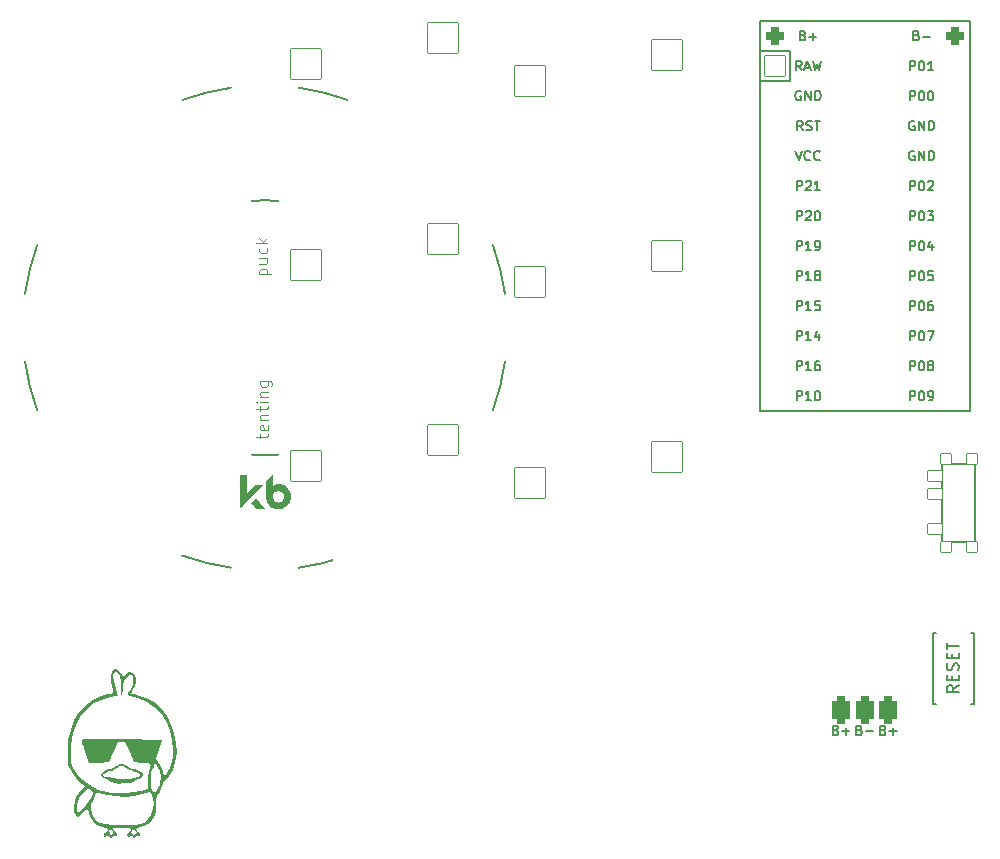
<source format=gto>
%TF.GenerationSoftware,KiCad,Pcbnew,(6.0.4-0)*%
%TF.CreationDate,2022-04-29T17:43:53+02:00*%
%TF.ProjectId,batta,62617474-612e-46b6-9963-61645f706362,v1.0.0*%
%TF.SameCoordinates,Original*%
%TF.FileFunction,Legend,Top*%
%TF.FilePolarity,Positive*%
%FSLAX46Y46*%
G04 Gerber Fmt 4.6, Leading zero omitted, Abs format (unit mm)*
G04 Created by KiCad (PCBNEW (6.0.4-0)) date 2022-04-29 17:43:53*
%MOMM*%
%LPD*%
G01*
G04 APERTURE LIST*
G04 Aperture macros list*
%AMRoundRect*
0 Rectangle with rounded corners*
0 $1 Rounding radius*
0 $2 $3 $4 $5 $6 $7 $8 $9 X,Y pos of 4 corners*
0 Add a 4 corners polygon primitive as box body*
4,1,4,$2,$3,$4,$5,$6,$7,$8,$9,$2,$3,0*
0 Add four circle primitives for the rounded corners*
1,1,$1+$1,$2,$3*
1,1,$1+$1,$4,$5*
1,1,$1+$1,$6,$7*
1,1,$1+$1,$8,$9*
0 Add four rect primitives between the rounded corners*
20,1,$1+$1,$2,$3,$4,$5,0*
20,1,$1+$1,$4,$5,$6,$7,0*
20,1,$1+$1,$6,$7,$8,$9,0*
20,1,$1+$1,$8,$9,$2,$3,0*%
G04 Aperture macros list end*
%ADD10C,0.100000*%
%ADD11C,0.150000*%
%ADD12C,0.200000*%
%ADD13C,0.010000*%
%ADD14RoundRect,0.375000X-0.375000X-0.750000X0.375000X-0.750000X0.375000X0.750000X-0.375000X0.750000X0*%
%ADD15C,2.000000*%
%ADD16R,1.752600X1.752600*%
%ADD17C,1.752600*%
%ADD18RoundRect,0.375000X-0.375000X-0.375000X0.375000X-0.375000X0.375000X0.375000X-0.375000X0.375000X0*%
%ADD19C,4.500000*%
%ADD20RoundRect,0.050000X-0.450000X0.450000X-0.450000X-0.450000X0.450000X-0.450000X0.450000X0.450000X0*%
%ADD21RoundRect,0.050000X-0.625000X0.450000X-0.625000X-0.450000X0.625000X-0.450000X0.625000X0.450000X0*%
%ADD22RoundRect,0.425000X-0.375000X-0.750000X0.375000X-0.750000X0.375000X0.750000X-0.375000X0.750000X0*%
%ADD23C,2.100000*%
%ADD24C,3.100000*%
%ADD25C,1.801800*%
%ADD26C,3.529000*%
%ADD27RoundRect,0.050000X-1.054507X-1.505993X1.505993X-1.054507X1.054507X1.505993X-1.505993X1.054507X0*%
%ADD28C,2.132000*%
%ADD29RoundRect,0.050000X-1.181751X-1.408356X1.408356X-1.181751X1.181751X1.408356X-1.408356X1.181751X0*%
%ADD30RoundRect,0.050000X-1.300000X-1.300000X1.300000X-1.300000X1.300000X1.300000X-1.300000X1.300000X0*%
%ADD31RoundRect,0.050000X-1.775833X-0.475833X0.475833X-1.775833X1.775833X0.475833X-0.475833X1.775833X0*%
%ADD32C,1.100000*%
%ADD33RoundRect,0.050000X-0.863113X-1.623279X1.623279X-0.863113X0.863113X1.623279X-1.623279X0.863113X0*%
%ADD34RoundRect,0.050000X-1.592168X-0.919239X0.919239X-1.592168X1.592168X0.919239X-0.919239X1.592168X0*%
%ADD35RoundRect,0.050000X-0.876300X0.876300X-0.876300X-0.876300X0.876300X-0.876300X0.876300X0.876300X0*%
%ADD36C,1.852600*%
%ADD37RoundRect,0.425000X-0.375000X-0.375000X0.375000X-0.375000X0.375000X0.375000X-0.375000X0.375000X0*%
G04 APERTURE END LIST*
D10*
%TO.C,REF\u002A\u002A*%
X103163714Y92670500D02*
X104163714Y92670500D01*
X103211333Y92670500D02*
X103163714Y92765738D01*
X103163714Y92956214D01*
X103211333Y93051452D01*
X103258952Y93099071D01*
X103354190Y93146690D01*
X103639904Y93146690D01*
X103735142Y93099071D01*
X103782761Y93051452D01*
X103830380Y92956214D01*
X103830380Y92765738D01*
X103782761Y92670500D01*
X103163714Y94003833D02*
X103830380Y94003833D01*
X103163714Y93575261D02*
X103687523Y93575261D01*
X103782761Y93622880D01*
X103830380Y93718119D01*
X103830380Y93860976D01*
X103782761Y93956214D01*
X103735142Y94003833D01*
X103782761Y94908595D02*
X103830380Y94813357D01*
X103830380Y94622880D01*
X103782761Y94527642D01*
X103735142Y94480023D01*
X103639904Y94432404D01*
X103354190Y94432404D01*
X103258952Y94480023D01*
X103211333Y94527642D01*
X103163714Y94622880D01*
X103163714Y94813357D01*
X103211333Y94908595D01*
X103830380Y95337166D02*
X102830380Y95337166D01*
X103449428Y95432404D02*
X103830380Y95718119D01*
X103163714Y95718119D02*
X103544666Y95337166D01*
X103227214Y78780000D02*
X103227214Y79160952D01*
X102893880Y78922857D02*
X103751023Y78922857D01*
X103846261Y78970476D01*
X103893880Y79065714D01*
X103893880Y79160952D01*
X103846261Y79875238D02*
X103893880Y79780000D01*
X103893880Y79589523D01*
X103846261Y79494285D01*
X103751023Y79446666D01*
X103370071Y79446666D01*
X103274833Y79494285D01*
X103227214Y79589523D01*
X103227214Y79780000D01*
X103274833Y79875238D01*
X103370071Y79922857D01*
X103465309Y79922857D01*
X103560547Y79446666D01*
X103227214Y80351428D02*
X103893880Y80351428D01*
X103322452Y80351428D02*
X103274833Y80399047D01*
X103227214Y80494285D01*
X103227214Y80637142D01*
X103274833Y80732380D01*
X103370071Y80780000D01*
X103893880Y80780000D01*
X103227214Y81113333D02*
X103227214Y81494285D01*
X102893880Y81256190D02*
X103751023Y81256190D01*
X103846261Y81303809D01*
X103893880Y81399047D01*
X103893880Y81494285D01*
X103893880Y81827619D02*
X103227214Y81827619D01*
X102893880Y81827619D02*
X102941500Y81780000D01*
X102989119Y81827619D01*
X102941500Y81875238D01*
X102893880Y81827619D01*
X102989119Y81827619D01*
X103227214Y82303809D02*
X103893880Y82303809D01*
X103322452Y82303809D02*
X103274833Y82351428D01*
X103227214Y82446666D01*
X103227214Y82589523D01*
X103274833Y82684761D01*
X103370071Y82732380D01*
X103893880Y82732380D01*
X103227214Y83637142D02*
X104036738Y83637142D01*
X104131976Y83589523D01*
X104179595Y83541904D01*
X104227214Y83446666D01*
X104227214Y83303809D01*
X104179595Y83208571D01*
X103846261Y83637142D02*
X103893880Y83541904D01*
X103893880Y83351428D01*
X103846261Y83256190D01*
X103798642Y83208571D01*
X103703404Y83160952D01*
X103417690Y83160952D01*
X103322452Y83208571D01*
X103274833Y83256190D01*
X103227214Y83351428D01*
X103227214Y83541904D01*
X103274833Y83637142D01*
D11*
%TO.C,PAD1*%
X153972991Y54073625D02*
X154087277Y54035530D01*
X154125372Y53997435D01*
X154163467Y53921244D01*
X154163467Y53806959D01*
X154125372Y53730768D01*
X154087277Y53692673D01*
X154011087Y53654578D01*
X153706325Y53654578D01*
X153706325Y54454578D01*
X153972991Y54454578D01*
X154049182Y54416483D01*
X154087277Y54378387D01*
X154125372Y54302197D01*
X154125372Y54226006D01*
X154087277Y54149816D01*
X154049182Y54111721D01*
X153972991Y54073625D01*
X153706325Y54073625D01*
X154506325Y53959340D02*
X155115848Y53959340D01*
X151972991Y54073625D02*
X152087277Y54035530D01*
X152125372Y53997435D01*
X152163467Y53921244D01*
X152163467Y53806959D01*
X152125372Y53730768D01*
X152087277Y53692673D01*
X152011087Y53654578D01*
X151706325Y53654578D01*
X151706325Y54454578D01*
X151972991Y54454578D01*
X152049182Y54416483D01*
X152087277Y54378387D01*
X152125372Y54302197D01*
X152125372Y54226006D01*
X152087277Y54149816D01*
X152049182Y54111721D01*
X151972991Y54073625D01*
X151706325Y54073625D01*
X152506325Y53959340D02*
X153115848Y53959340D01*
X152811087Y53654578D02*
X152811087Y54264102D01*
X155972991Y54073625D02*
X156087277Y54035530D01*
X156125372Y53997435D01*
X156163467Y53921244D01*
X156163467Y53806959D01*
X156125372Y53730768D01*
X156087277Y53692673D01*
X156011087Y53654578D01*
X155706325Y53654578D01*
X155706325Y54454578D01*
X155972991Y54454578D01*
X156049182Y54416483D01*
X156087277Y54378387D01*
X156125372Y54302197D01*
X156125372Y54226006D01*
X156087277Y54149816D01*
X156049182Y54111721D01*
X155972991Y54073625D01*
X155706325Y54073625D01*
X156506325Y53959340D02*
X157115848Y53959340D01*
X156811087Y53654578D02*
X156811087Y54264102D01*
%TO.C,B1*%
X162363467Y57864102D02*
X161887277Y57530768D01*
X162363467Y57292673D02*
X161363467Y57292673D01*
X161363467Y57673625D01*
X161411087Y57768863D01*
X161458706Y57816483D01*
X161553944Y57864102D01*
X161696801Y57864102D01*
X161792039Y57816483D01*
X161839658Y57768863D01*
X161887277Y57673625D01*
X161887277Y57292673D01*
X161839658Y58292673D02*
X161839658Y58626006D01*
X162363467Y58768863D02*
X162363467Y58292673D01*
X161363467Y58292673D01*
X161363467Y58768863D01*
X162315848Y59149816D02*
X162363467Y59292673D01*
X162363467Y59530768D01*
X162315848Y59626006D01*
X162268229Y59673625D01*
X162172991Y59721244D01*
X162077753Y59721244D01*
X161982515Y59673625D01*
X161934896Y59626006D01*
X161887277Y59530768D01*
X161839658Y59340292D01*
X161792039Y59245054D01*
X161744420Y59197435D01*
X161649182Y59149816D01*
X161553944Y59149816D01*
X161458706Y59197435D01*
X161411087Y59245054D01*
X161363467Y59340292D01*
X161363467Y59578387D01*
X161411087Y59721244D01*
X161839658Y60149816D02*
X161839658Y60483149D01*
X162363467Y60626006D02*
X162363467Y60149816D01*
X161363467Y60149816D01*
X161363467Y60626006D01*
X161363467Y60911721D02*
X161363467Y61483149D01*
X162363467Y61197435D02*
X161363467Y61197435D01*
%TO.C,MCU1*%
X158239658Y84524578D02*
X158239658Y85324578D01*
X158544420Y85324578D01*
X158620610Y85286483D01*
X158658706Y85248387D01*
X158696801Y85172197D01*
X158696801Y85057911D01*
X158658706Y84981721D01*
X158620610Y84943625D01*
X158544420Y84905530D01*
X158239658Y84905530D01*
X159192039Y85324578D02*
X159268229Y85324578D01*
X159344420Y85286483D01*
X159382515Y85248387D01*
X159420610Y85172197D01*
X159458706Y85019816D01*
X159458706Y84829340D01*
X159420610Y84676959D01*
X159382515Y84600768D01*
X159344420Y84562673D01*
X159268229Y84524578D01*
X159192039Y84524578D01*
X159115848Y84562673D01*
X159077753Y84600768D01*
X159039658Y84676959D01*
X159001563Y84829340D01*
X159001563Y85019816D01*
X159039658Y85172197D01*
X159077753Y85248387D01*
X159115848Y85286483D01*
X159192039Y85324578D01*
X159915848Y84981721D02*
X159839658Y85019816D01*
X159801563Y85057911D01*
X159763467Y85134102D01*
X159763467Y85172197D01*
X159801563Y85248387D01*
X159839658Y85286483D01*
X159915848Y85324578D01*
X160068229Y85324578D01*
X160144420Y85286483D01*
X160182515Y85248387D01*
X160220610Y85172197D01*
X160220610Y85134102D01*
X160182515Y85057911D01*
X160144420Y85019816D01*
X160068229Y84981721D01*
X159915848Y84981721D01*
X159839658Y84943625D01*
X159801563Y84905530D01*
X159763467Y84829340D01*
X159763467Y84676959D01*
X159801563Y84600768D01*
X159839658Y84562673D01*
X159915848Y84524578D01*
X160068229Y84524578D01*
X160144420Y84562673D01*
X160182515Y84600768D01*
X160220610Y84676959D01*
X160220610Y84829340D01*
X160182515Y84905530D01*
X160144420Y84943625D01*
X160068229Y84981721D01*
X158239658Y109924578D02*
X158239658Y110724578D01*
X158544420Y110724578D01*
X158620610Y110686483D01*
X158658706Y110648387D01*
X158696801Y110572197D01*
X158696801Y110457911D01*
X158658706Y110381721D01*
X158620610Y110343625D01*
X158544420Y110305530D01*
X158239658Y110305530D01*
X159192039Y110724578D02*
X159268229Y110724578D01*
X159344420Y110686483D01*
X159382515Y110648387D01*
X159420610Y110572197D01*
X159458706Y110419816D01*
X159458706Y110229340D01*
X159420610Y110076959D01*
X159382515Y110000768D01*
X159344420Y109962673D01*
X159268229Y109924578D01*
X159192039Y109924578D01*
X159115848Y109962673D01*
X159077753Y110000768D01*
X159039658Y110076959D01*
X159001563Y110229340D01*
X159001563Y110419816D01*
X159039658Y110572197D01*
X159077753Y110648387D01*
X159115848Y110686483D01*
X159192039Y110724578D01*
X160220610Y109924578D02*
X159763467Y109924578D01*
X159992039Y109924578D02*
X159992039Y110724578D01*
X159915848Y110610292D01*
X159839658Y110534102D01*
X159763467Y110496006D01*
X148639658Y99764578D02*
X148639658Y100564578D01*
X148944420Y100564578D01*
X149020610Y100526483D01*
X149058706Y100488387D01*
X149096801Y100412197D01*
X149096801Y100297911D01*
X149058706Y100221721D01*
X149020610Y100183625D01*
X148944420Y100145530D01*
X148639658Y100145530D01*
X149401563Y100488387D02*
X149439658Y100526483D01*
X149515848Y100564578D01*
X149706325Y100564578D01*
X149782515Y100526483D01*
X149820610Y100488387D01*
X149858706Y100412197D01*
X149858706Y100336006D01*
X149820610Y100221721D01*
X149363467Y99764578D01*
X149858706Y99764578D01*
X150620610Y99764578D02*
X150163467Y99764578D01*
X150392039Y99764578D02*
X150392039Y100564578D01*
X150315848Y100450292D01*
X150239658Y100374102D01*
X150163467Y100336006D01*
X148639658Y87064578D02*
X148639658Y87864578D01*
X148944420Y87864578D01*
X149020610Y87826483D01*
X149058706Y87788387D01*
X149096801Y87712197D01*
X149096801Y87597911D01*
X149058706Y87521721D01*
X149020610Y87483625D01*
X148944420Y87445530D01*
X148639658Y87445530D01*
X149858706Y87064578D02*
X149401563Y87064578D01*
X149630134Y87064578D02*
X149630134Y87864578D01*
X149553944Y87750292D01*
X149477753Y87674102D01*
X149401563Y87636006D01*
X150544420Y87597911D02*
X150544420Y87064578D01*
X150353944Y87902673D02*
X150163467Y87331244D01*
X150658706Y87331244D01*
X149172991Y112883625D02*
X149287277Y112845530D01*
X149325372Y112807435D01*
X149363467Y112731244D01*
X149363467Y112616959D01*
X149325372Y112540768D01*
X149287277Y112502673D01*
X149211087Y112464578D01*
X148906325Y112464578D01*
X148906325Y113264578D01*
X149172991Y113264578D01*
X149249182Y113226483D01*
X149287277Y113188387D01*
X149325372Y113112197D01*
X149325372Y113036006D01*
X149287277Y112959816D01*
X149249182Y112921721D01*
X149172991Y112883625D01*
X148906325Y112883625D01*
X149706325Y112769340D02*
X150315848Y112769340D01*
X150011087Y112464578D02*
X150011087Y113074102D01*
X148639658Y97224578D02*
X148639658Y98024578D01*
X148944420Y98024578D01*
X149020610Y97986483D01*
X149058706Y97948387D01*
X149096801Y97872197D01*
X149096801Y97757911D01*
X149058706Y97681721D01*
X149020610Y97643625D01*
X148944420Y97605530D01*
X148639658Y97605530D01*
X149401563Y97948387D02*
X149439658Y97986483D01*
X149515848Y98024578D01*
X149706325Y98024578D01*
X149782515Y97986483D01*
X149820610Y97948387D01*
X149858706Y97872197D01*
X149858706Y97796006D01*
X149820610Y97681721D01*
X149363467Y97224578D01*
X149858706Y97224578D01*
X150353944Y98024578D02*
X150430134Y98024578D01*
X150506325Y97986483D01*
X150544420Y97948387D01*
X150582515Y97872197D01*
X150620610Y97719816D01*
X150620610Y97529340D01*
X150582515Y97376959D01*
X150544420Y97300768D01*
X150506325Y97262673D01*
X150430134Y97224578D01*
X150353944Y97224578D01*
X150277753Y97262673D01*
X150239658Y97300768D01*
X150201563Y97376959D01*
X150163467Y97529340D01*
X150163467Y97719816D01*
X150201563Y97872197D01*
X150239658Y97948387D01*
X150277753Y97986483D01*
X150353944Y98024578D01*
X158239658Y81984578D02*
X158239658Y82784578D01*
X158544420Y82784578D01*
X158620610Y82746483D01*
X158658706Y82708387D01*
X158696801Y82632197D01*
X158696801Y82517911D01*
X158658706Y82441721D01*
X158620610Y82403625D01*
X158544420Y82365530D01*
X158239658Y82365530D01*
X159192039Y82784578D02*
X159268229Y82784578D01*
X159344420Y82746483D01*
X159382515Y82708387D01*
X159420610Y82632197D01*
X159458706Y82479816D01*
X159458706Y82289340D01*
X159420610Y82136959D01*
X159382515Y82060768D01*
X159344420Y82022673D01*
X159268229Y81984578D01*
X159192039Y81984578D01*
X159115848Y82022673D01*
X159077753Y82060768D01*
X159039658Y82136959D01*
X159001563Y82289340D01*
X159001563Y82479816D01*
X159039658Y82632197D01*
X159077753Y82708387D01*
X159115848Y82746483D01*
X159192039Y82784578D01*
X159839658Y81984578D02*
X159992039Y81984578D01*
X160068229Y82022673D01*
X160106325Y82060768D01*
X160182515Y82175054D01*
X160220610Y82327435D01*
X160220610Y82632197D01*
X160182515Y82708387D01*
X160144420Y82746483D01*
X160068229Y82784578D01*
X159915848Y82784578D01*
X159839658Y82746483D01*
X159801563Y82708387D01*
X159763467Y82632197D01*
X159763467Y82441721D01*
X159801563Y82365530D01*
X159839658Y82327435D01*
X159915848Y82289340D01*
X160068229Y82289340D01*
X160144420Y82327435D01*
X160182515Y82365530D01*
X160220610Y82441721D01*
X148639658Y84524578D02*
X148639658Y85324578D01*
X148944420Y85324578D01*
X149020610Y85286483D01*
X149058706Y85248387D01*
X149096801Y85172197D01*
X149096801Y85057911D01*
X149058706Y84981721D01*
X149020610Y84943625D01*
X148944420Y84905530D01*
X148639658Y84905530D01*
X149858706Y84524578D02*
X149401563Y84524578D01*
X149630134Y84524578D02*
X149630134Y85324578D01*
X149553944Y85210292D01*
X149477753Y85134102D01*
X149401563Y85096006D01*
X150544420Y85324578D02*
X150392039Y85324578D01*
X150315848Y85286483D01*
X150277753Y85248387D01*
X150201563Y85134102D01*
X150163467Y84981721D01*
X150163467Y84676959D01*
X150201563Y84600768D01*
X150239658Y84562673D01*
X150315848Y84524578D01*
X150468229Y84524578D01*
X150544420Y84562673D01*
X150582515Y84600768D01*
X150620610Y84676959D01*
X150620610Y84867435D01*
X150582515Y84943625D01*
X150544420Y84981721D01*
X150468229Y85019816D01*
X150315848Y85019816D01*
X150239658Y84981721D01*
X150201563Y84943625D01*
X150163467Y84867435D01*
X149172991Y104844578D02*
X148906325Y105225530D01*
X148715848Y104844578D02*
X148715848Y105644578D01*
X149020610Y105644578D01*
X149096801Y105606483D01*
X149134896Y105568387D01*
X149172991Y105492197D01*
X149172991Y105377911D01*
X149134896Y105301721D01*
X149096801Y105263625D01*
X149020610Y105225530D01*
X148715848Y105225530D01*
X149477753Y104882673D02*
X149592039Y104844578D01*
X149782515Y104844578D01*
X149858706Y104882673D01*
X149896801Y104920768D01*
X149934896Y104996959D01*
X149934896Y105073149D01*
X149896801Y105149340D01*
X149858706Y105187435D01*
X149782515Y105225530D01*
X149630134Y105263625D01*
X149553944Y105301721D01*
X149515848Y105339816D01*
X149477753Y105416006D01*
X149477753Y105492197D01*
X149515848Y105568387D01*
X149553944Y105606483D01*
X149630134Y105644578D01*
X149820610Y105644578D01*
X149934896Y105606483D01*
X150163467Y105644578D02*
X150620610Y105644578D01*
X150392039Y104844578D02*
X150392039Y105644578D01*
X158239658Y99764578D02*
X158239658Y100564578D01*
X158544420Y100564578D01*
X158620610Y100526483D01*
X158658706Y100488387D01*
X158696801Y100412197D01*
X158696801Y100297911D01*
X158658706Y100221721D01*
X158620610Y100183625D01*
X158544420Y100145530D01*
X158239658Y100145530D01*
X159192039Y100564578D02*
X159268229Y100564578D01*
X159344420Y100526483D01*
X159382515Y100488387D01*
X159420610Y100412197D01*
X159458706Y100259816D01*
X159458706Y100069340D01*
X159420610Y99916959D01*
X159382515Y99840768D01*
X159344420Y99802673D01*
X159268229Y99764578D01*
X159192039Y99764578D01*
X159115848Y99802673D01*
X159077753Y99840768D01*
X159039658Y99916959D01*
X159001563Y100069340D01*
X159001563Y100259816D01*
X159039658Y100412197D01*
X159077753Y100488387D01*
X159115848Y100526483D01*
X159192039Y100564578D01*
X159763467Y100488387D02*
X159801563Y100526483D01*
X159877753Y100564578D01*
X160068229Y100564578D01*
X160144420Y100526483D01*
X160182515Y100488387D01*
X160220610Y100412197D01*
X160220610Y100336006D01*
X160182515Y100221721D01*
X159725372Y99764578D01*
X160220610Y99764578D01*
X148639658Y92144578D02*
X148639658Y92944578D01*
X148944420Y92944578D01*
X149020610Y92906483D01*
X149058706Y92868387D01*
X149096801Y92792197D01*
X149096801Y92677911D01*
X149058706Y92601721D01*
X149020610Y92563625D01*
X148944420Y92525530D01*
X148639658Y92525530D01*
X149858706Y92144578D02*
X149401563Y92144578D01*
X149630134Y92144578D02*
X149630134Y92944578D01*
X149553944Y92830292D01*
X149477753Y92754102D01*
X149401563Y92716006D01*
X150315848Y92601721D02*
X150239658Y92639816D01*
X150201563Y92677911D01*
X150163467Y92754102D01*
X150163467Y92792197D01*
X150201563Y92868387D01*
X150239658Y92906483D01*
X150315848Y92944578D01*
X150468229Y92944578D01*
X150544420Y92906483D01*
X150582515Y92868387D01*
X150620610Y92792197D01*
X150620610Y92754102D01*
X150582515Y92677911D01*
X150544420Y92639816D01*
X150468229Y92601721D01*
X150315848Y92601721D01*
X150239658Y92563625D01*
X150201563Y92525530D01*
X150163467Y92449340D01*
X150163467Y92296959D01*
X150201563Y92220768D01*
X150239658Y92182673D01*
X150315848Y92144578D01*
X150468229Y92144578D01*
X150544420Y92182673D01*
X150582515Y92220768D01*
X150620610Y92296959D01*
X150620610Y92449340D01*
X150582515Y92525530D01*
X150544420Y92563625D01*
X150468229Y92601721D01*
X148639658Y81984578D02*
X148639658Y82784578D01*
X148944420Y82784578D01*
X149020610Y82746483D01*
X149058706Y82708387D01*
X149096801Y82632197D01*
X149096801Y82517911D01*
X149058706Y82441721D01*
X149020610Y82403625D01*
X148944420Y82365530D01*
X148639658Y82365530D01*
X149858706Y81984578D02*
X149401563Y81984578D01*
X149630134Y81984578D02*
X149630134Y82784578D01*
X149553944Y82670292D01*
X149477753Y82594102D01*
X149401563Y82556006D01*
X150353944Y82784578D02*
X150430134Y82784578D01*
X150506325Y82746483D01*
X150544420Y82708387D01*
X150582515Y82632197D01*
X150620610Y82479816D01*
X150620610Y82289340D01*
X150582515Y82136959D01*
X150544420Y82060768D01*
X150506325Y82022673D01*
X150430134Y81984578D01*
X150353944Y81984578D01*
X150277753Y82022673D01*
X150239658Y82060768D01*
X150201563Y82136959D01*
X150163467Y82289340D01*
X150163467Y82479816D01*
X150201563Y82632197D01*
X150239658Y82708387D01*
X150277753Y82746483D01*
X150353944Y82784578D01*
X158601563Y103066483D02*
X158525372Y103104578D01*
X158411087Y103104578D01*
X158296801Y103066483D01*
X158220610Y102990292D01*
X158182515Y102914102D01*
X158144420Y102761721D01*
X158144420Y102647435D01*
X158182515Y102495054D01*
X158220610Y102418863D01*
X158296801Y102342673D01*
X158411087Y102304578D01*
X158487277Y102304578D01*
X158601563Y102342673D01*
X158639658Y102380768D01*
X158639658Y102647435D01*
X158487277Y102647435D01*
X158982515Y102304578D02*
X158982515Y103104578D01*
X159439658Y102304578D01*
X159439658Y103104578D01*
X159820610Y102304578D02*
X159820610Y103104578D01*
X160011087Y103104578D01*
X160125372Y103066483D01*
X160201563Y102990292D01*
X160239658Y102914102D01*
X160277753Y102761721D01*
X160277753Y102647435D01*
X160239658Y102495054D01*
X160201563Y102418863D01*
X160125372Y102342673D01*
X160011087Y102304578D01*
X159820610Y102304578D01*
X158239658Y107384578D02*
X158239658Y108184578D01*
X158544420Y108184578D01*
X158620610Y108146483D01*
X158658706Y108108387D01*
X158696801Y108032197D01*
X158696801Y107917911D01*
X158658706Y107841721D01*
X158620610Y107803625D01*
X158544420Y107765530D01*
X158239658Y107765530D01*
X159192039Y108184578D02*
X159268229Y108184578D01*
X159344420Y108146483D01*
X159382515Y108108387D01*
X159420610Y108032197D01*
X159458706Y107879816D01*
X159458706Y107689340D01*
X159420610Y107536959D01*
X159382515Y107460768D01*
X159344420Y107422673D01*
X159268229Y107384578D01*
X159192039Y107384578D01*
X159115848Y107422673D01*
X159077753Y107460768D01*
X159039658Y107536959D01*
X159001563Y107689340D01*
X159001563Y107879816D01*
X159039658Y108032197D01*
X159077753Y108108387D01*
X159115848Y108146483D01*
X159192039Y108184578D01*
X159953944Y108184578D02*
X160030134Y108184578D01*
X160106325Y108146483D01*
X160144420Y108108387D01*
X160182515Y108032197D01*
X160220610Y107879816D01*
X160220610Y107689340D01*
X160182515Y107536959D01*
X160144420Y107460768D01*
X160106325Y107422673D01*
X160030134Y107384578D01*
X159953944Y107384578D01*
X159877753Y107422673D01*
X159839658Y107460768D01*
X159801563Y107536959D01*
X159763467Y107689340D01*
X159763467Y107879816D01*
X159801563Y108032197D01*
X159839658Y108108387D01*
X159877753Y108146483D01*
X159953944Y108184578D01*
X149058706Y109924578D02*
X148792039Y110305530D01*
X148601563Y109924578D02*
X148601563Y110724578D01*
X148906325Y110724578D01*
X148982515Y110686483D01*
X149020610Y110648387D01*
X149058706Y110572197D01*
X149058706Y110457911D01*
X149020610Y110381721D01*
X148982515Y110343625D01*
X148906325Y110305530D01*
X148601563Y110305530D01*
X149363467Y110153149D02*
X149744420Y110153149D01*
X149287277Y109924578D02*
X149553944Y110724578D01*
X149820610Y109924578D01*
X150011087Y110724578D02*
X150201563Y109924578D01*
X150353944Y110496006D01*
X150506325Y109924578D01*
X150696801Y110724578D01*
X158239658Y97224578D02*
X158239658Y98024578D01*
X158544420Y98024578D01*
X158620610Y97986483D01*
X158658706Y97948387D01*
X158696801Y97872197D01*
X158696801Y97757911D01*
X158658706Y97681721D01*
X158620610Y97643625D01*
X158544420Y97605530D01*
X158239658Y97605530D01*
X159192039Y98024578D02*
X159268229Y98024578D01*
X159344420Y97986483D01*
X159382515Y97948387D01*
X159420610Y97872197D01*
X159458706Y97719816D01*
X159458706Y97529340D01*
X159420610Y97376959D01*
X159382515Y97300768D01*
X159344420Y97262673D01*
X159268229Y97224578D01*
X159192039Y97224578D01*
X159115848Y97262673D01*
X159077753Y97300768D01*
X159039658Y97376959D01*
X159001563Y97529340D01*
X159001563Y97719816D01*
X159039658Y97872197D01*
X159077753Y97948387D01*
X159115848Y97986483D01*
X159192039Y98024578D01*
X159725372Y98024578D02*
X160220610Y98024578D01*
X159953944Y97719816D01*
X160068229Y97719816D01*
X160144420Y97681721D01*
X160182515Y97643625D01*
X160220610Y97567435D01*
X160220610Y97376959D01*
X160182515Y97300768D01*
X160144420Y97262673D01*
X160068229Y97224578D01*
X159839658Y97224578D01*
X159763467Y97262673D01*
X159725372Y97300768D01*
X158601563Y105606483D02*
X158525372Y105644578D01*
X158411087Y105644578D01*
X158296801Y105606483D01*
X158220610Y105530292D01*
X158182515Y105454102D01*
X158144420Y105301721D01*
X158144420Y105187435D01*
X158182515Y105035054D01*
X158220610Y104958863D01*
X158296801Y104882673D01*
X158411087Y104844578D01*
X158487277Y104844578D01*
X158601563Y104882673D01*
X158639658Y104920768D01*
X158639658Y105187435D01*
X158487277Y105187435D01*
X158982515Y104844578D02*
X158982515Y105644578D01*
X159439658Y104844578D01*
X159439658Y105644578D01*
X159820610Y104844578D02*
X159820610Y105644578D01*
X160011087Y105644578D01*
X160125372Y105606483D01*
X160201563Y105530292D01*
X160239658Y105454102D01*
X160277753Y105301721D01*
X160277753Y105187435D01*
X160239658Y105035054D01*
X160201563Y104958863D01*
X160125372Y104882673D01*
X160011087Y104844578D01*
X159820610Y104844578D01*
X158239658Y87064578D02*
X158239658Y87864578D01*
X158544420Y87864578D01*
X158620610Y87826483D01*
X158658706Y87788387D01*
X158696801Y87712197D01*
X158696801Y87597911D01*
X158658706Y87521721D01*
X158620610Y87483625D01*
X158544420Y87445530D01*
X158239658Y87445530D01*
X159192039Y87864578D02*
X159268229Y87864578D01*
X159344420Y87826483D01*
X159382515Y87788387D01*
X159420610Y87712197D01*
X159458706Y87559816D01*
X159458706Y87369340D01*
X159420610Y87216959D01*
X159382515Y87140768D01*
X159344420Y87102673D01*
X159268229Y87064578D01*
X159192039Y87064578D01*
X159115848Y87102673D01*
X159077753Y87140768D01*
X159039658Y87216959D01*
X159001563Y87369340D01*
X159001563Y87559816D01*
X159039658Y87712197D01*
X159077753Y87788387D01*
X159115848Y87826483D01*
X159192039Y87864578D01*
X159725372Y87864578D02*
X160258706Y87864578D01*
X159915848Y87064578D01*
X148639658Y94684578D02*
X148639658Y95484578D01*
X148944420Y95484578D01*
X149020610Y95446483D01*
X149058706Y95408387D01*
X149096801Y95332197D01*
X149096801Y95217911D01*
X149058706Y95141721D01*
X149020610Y95103625D01*
X148944420Y95065530D01*
X148639658Y95065530D01*
X149858706Y94684578D02*
X149401563Y94684578D01*
X149630134Y94684578D02*
X149630134Y95484578D01*
X149553944Y95370292D01*
X149477753Y95294102D01*
X149401563Y95256006D01*
X150239658Y94684578D02*
X150392039Y94684578D01*
X150468229Y94722673D01*
X150506325Y94760768D01*
X150582515Y94875054D01*
X150620610Y95027435D01*
X150620610Y95332197D01*
X150582515Y95408387D01*
X150544420Y95446483D01*
X150468229Y95484578D01*
X150315848Y95484578D01*
X150239658Y95446483D01*
X150201563Y95408387D01*
X150163467Y95332197D01*
X150163467Y95141721D01*
X150201563Y95065530D01*
X150239658Y95027435D01*
X150315848Y94989340D01*
X150468229Y94989340D01*
X150544420Y95027435D01*
X150582515Y95065530D01*
X150620610Y95141721D01*
X158239658Y94684578D02*
X158239658Y95484578D01*
X158544420Y95484578D01*
X158620610Y95446483D01*
X158658706Y95408387D01*
X158696801Y95332197D01*
X158696801Y95217911D01*
X158658706Y95141721D01*
X158620610Y95103625D01*
X158544420Y95065530D01*
X158239658Y95065530D01*
X159192039Y95484578D02*
X159268229Y95484578D01*
X159344420Y95446483D01*
X159382515Y95408387D01*
X159420610Y95332197D01*
X159458706Y95179816D01*
X159458706Y94989340D01*
X159420610Y94836959D01*
X159382515Y94760768D01*
X159344420Y94722673D01*
X159268229Y94684578D01*
X159192039Y94684578D01*
X159115848Y94722673D01*
X159077753Y94760768D01*
X159039658Y94836959D01*
X159001563Y94989340D01*
X159001563Y95179816D01*
X159039658Y95332197D01*
X159077753Y95408387D01*
X159115848Y95446483D01*
X159192039Y95484578D01*
X160144420Y95217911D02*
X160144420Y94684578D01*
X159953944Y95522673D02*
X159763467Y94951244D01*
X160258706Y94951244D01*
X158239658Y92144578D02*
X158239658Y92944578D01*
X158544420Y92944578D01*
X158620610Y92906483D01*
X158658706Y92868387D01*
X158696801Y92792197D01*
X158696801Y92677911D01*
X158658706Y92601721D01*
X158620610Y92563625D01*
X158544420Y92525530D01*
X158239658Y92525530D01*
X159192039Y92944578D02*
X159268229Y92944578D01*
X159344420Y92906483D01*
X159382515Y92868387D01*
X159420610Y92792197D01*
X159458706Y92639816D01*
X159458706Y92449340D01*
X159420610Y92296959D01*
X159382515Y92220768D01*
X159344420Y92182673D01*
X159268229Y92144578D01*
X159192039Y92144578D01*
X159115848Y92182673D01*
X159077753Y92220768D01*
X159039658Y92296959D01*
X159001563Y92449340D01*
X159001563Y92639816D01*
X159039658Y92792197D01*
X159077753Y92868387D01*
X159115848Y92906483D01*
X159192039Y92944578D01*
X160182515Y92944578D02*
X159801563Y92944578D01*
X159763467Y92563625D01*
X159801563Y92601721D01*
X159877753Y92639816D01*
X160068229Y92639816D01*
X160144420Y92601721D01*
X160182515Y92563625D01*
X160220610Y92487435D01*
X160220610Y92296959D01*
X160182515Y92220768D01*
X160144420Y92182673D01*
X160068229Y92144578D01*
X159877753Y92144578D01*
X159801563Y92182673D01*
X159763467Y92220768D01*
X149001563Y108146483D02*
X148925372Y108184578D01*
X148811087Y108184578D01*
X148696801Y108146483D01*
X148620610Y108070292D01*
X148582515Y107994102D01*
X148544420Y107841721D01*
X148544420Y107727435D01*
X148582515Y107575054D01*
X148620610Y107498863D01*
X148696801Y107422673D01*
X148811087Y107384578D01*
X148887277Y107384578D01*
X149001563Y107422673D01*
X149039658Y107460768D01*
X149039658Y107727435D01*
X148887277Y107727435D01*
X149382515Y107384578D02*
X149382515Y108184578D01*
X149839658Y107384578D01*
X149839658Y108184578D01*
X150220610Y107384578D02*
X150220610Y108184578D01*
X150411087Y108184578D01*
X150525372Y108146483D01*
X150601563Y108070292D01*
X150639658Y107994102D01*
X150677753Y107841721D01*
X150677753Y107727435D01*
X150639658Y107575054D01*
X150601563Y107498863D01*
X150525372Y107422673D01*
X150411087Y107384578D01*
X150220610Y107384578D01*
X158772991Y112883625D02*
X158887277Y112845530D01*
X158925372Y112807435D01*
X158963467Y112731244D01*
X158963467Y112616959D01*
X158925372Y112540768D01*
X158887277Y112502673D01*
X158811087Y112464578D01*
X158506325Y112464578D01*
X158506325Y113264578D01*
X158772991Y113264578D01*
X158849182Y113226483D01*
X158887277Y113188387D01*
X158925372Y113112197D01*
X158925372Y113036006D01*
X158887277Y112959816D01*
X158849182Y112921721D01*
X158772991Y112883625D01*
X158506325Y112883625D01*
X159306325Y112769340D02*
X159915848Y112769340D01*
X148639658Y89604578D02*
X148639658Y90404578D01*
X148944420Y90404578D01*
X149020610Y90366483D01*
X149058706Y90328387D01*
X149096801Y90252197D01*
X149096801Y90137911D01*
X149058706Y90061721D01*
X149020610Y90023625D01*
X148944420Y89985530D01*
X148639658Y89985530D01*
X149858706Y89604578D02*
X149401563Y89604578D01*
X149630134Y89604578D02*
X149630134Y90404578D01*
X149553944Y90290292D01*
X149477753Y90214102D01*
X149401563Y90176006D01*
X150582515Y90404578D02*
X150201563Y90404578D01*
X150163467Y90023625D01*
X150201563Y90061721D01*
X150277753Y90099816D01*
X150468229Y90099816D01*
X150544420Y90061721D01*
X150582515Y90023625D01*
X150620610Y89947435D01*
X150620610Y89756959D01*
X150582515Y89680768D01*
X150544420Y89642673D01*
X150468229Y89604578D01*
X150277753Y89604578D01*
X150201563Y89642673D01*
X150163467Y89680768D01*
X158239658Y89604578D02*
X158239658Y90404578D01*
X158544420Y90404578D01*
X158620610Y90366483D01*
X158658706Y90328387D01*
X158696801Y90252197D01*
X158696801Y90137911D01*
X158658706Y90061721D01*
X158620610Y90023625D01*
X158544420Y89985530D01*
X158239658Y89985530D01*
X159192039Y90404578D02*
X159268229Y90404578D01*
X159344420Y90366483D01*
X159382515Y90328387D01*
X159420610Y90252197D01*
X159458706Y90099816D01*
X159458706Y89909340D01*
X159420610Y89756959D01*
X159382515Y89680768D01*
X159344420Y89642673D01*
X159268229Y89604578D01*
X159192039Y89604578D01*
X159115848Y89642673D01*
X159077753Y89680768D01*
X159039658Y89756959D01*
X159001563Y89909340D01*
X159001563Y90099816D01*
X159039658Y90252197D01*
X159077753Y90328387D01*
X159115848Y90366483D01*
X159192039Y90404578D01*
X160144420Y90404578D02*
X159992039Y90404578D01*
X159915848Y90366483D01*
X159877753Y90328387D01*
X159801563Y90214102D01*
X159763467Y90061721D01*
X159763467Y89756959D01*
X159801563Y89680768D01*
X159839658Y89642673D01*
X159915848Y89604578D01*
X160068229Y89604578D01*
X160144420Y89642673D01*
X160182515Y89680768D01*
X160220610Y89756959D01*
X160220610Y89947435D01*
X160182515Y90023625D01*
X160144420Y90061721D01*
X160068229Y90099816D01*
X159915848Y90099816D01*
X159839658Y90061721D01*
X159801563Y90023625D01*
X159763467Y89947435D01*
X148544420Y103104578D02*
X148811087Y102304578D01*
X149077753Y103104578D01*
X149801563Y102380768D02*
X149763467Y102342673D01*
X149649182Y102304578D01*
X149572991Y102304578D01*
X149458706Y102342673D01*
X149382515Y102418863D01*
X149344420Y102495054D01*
X149306325Y102647435D01*
X149306325Y102761721D01*
X149344420Y102914102D01*
X149382515Y102990292D01*
X149458706Y103066483D01*
X149572991Y103104578D01*
X149649182Y103104578D01*
X149763467Y103066483D01*
X149801563Y103028387D01*
X150601563Y102380768D02*
X150563467Y102342673D01*
X150449182Y102304578D01*
X150372991Y102304578D01*
X150258706Y102342673D01*
X150182515Y102418863D01*
X150144420Y102495054D01*
X150106325Y102647435D01*
X150106325Y102761721D01*
X150144420Y102914102D01*
X150182515Y102990292D01*
X150258706Y103066483D01*
X150372991Y103104578D01*
X150449182Y103104578D01*
X150563467Y103066483D01*
X150601563Y103028387D01*
D12*
%TO.C,REF\u002A\u002A*%
X102503615Y77402136D02*
G75*
G03*
X103632000Y77343000I1128379J10735785D01*
G01*
X84345866Y95146048D02*
G75*
G03*
X83312000Y90995500I19286117J-7008044D01*
G01*
X103632000Y98933000D02*
G75*
G03*
X102503615Y98873864I-6J-10794921D01*
G01*
X122918135Y81129954D02*
G75*
G03*
X123952000Y85280500I-19286185J7008058D01*
G01*
X83312000Y85280500D02*
G75*
G03*
X84345866Y81129953I20319953J2857490D01*
G01*
X106489500Y67818000D02*
G75*
G03*
X110640047Y68851866I-2857500J20320000D01*
G01*
X110640047Y107424134D02*
G75*
G03*
X106489500Y108458000I-7008047J-19286134D01*
G01*
X100774500Y108458000D02*
G75*
G03*
X96623952Y107424134I2857496J-20319983D01*
G01*
X103632000Y77342999D02*
G75*
G03*
X104760385Y77402136I0J10794901D01*
G01*
X123952000Y90995500D02*
G75*
G03*
X122918135Y95146045I-20320019J-2857506D01*
G01*
X104760385Y98873863D02*
G75*
G03*
X103632000Y98933000I-1128385J-10735763D01*
G01*
X96623954Y68851865D02*
G75*
G03*
X100774500Y67818000I7008046J19286135D01*
G01*
G36*
X103705889Y73953411D02*
G01*
X103704486Y74060040D01*
X103703442Y74182696D01*
X103702778Y74319968D01*
X103702517Y74470442D01*
X103702514Y74482178D01*
X103702427Y75173892D01*
X104210131Y75683918D01*
X104210279Y75190350D01*
X104210471Y75086110D01*
X104210960Y74989365D01*
X104211710Y74902479D01*
X104212686Y74827817D01*
X104213855Y74767742D01*
X104215182Y74724619D01*
X104216631Y74700812D01*
X104217539Y74696782D01*
X104229970Y74703096D01*
X104254816Y74719439D01*
X104278950Y74736641D01*
X104393647Y74807363D01*
X104515863Y74856467D01*
X104646246Y74884143D01*
X104785447Y74890581D01*
X104803259Y74889913D01*
X104892894Y74883361D01*
X104969377Y74871424D01*
X105041029Y74851932D01*
X105116167Y74822715D01*
X105186018Y74790076D01*
X105313951Y74714783D01*
X105426871Y74622803D01*
X105523765Y74515814D01*
X105603623Y74395489D01*
X105665433Y74263504D01*
X105708185Y74121535D01*
X105730866Y73971256D01*
X105734427Y73881586D01*
X105724136Y73729108D01*
X105692780Y73584544D01*
X105639635Y73445308D01*
X105582380Y73338389D01*
X105496668Y73218096D01*
X105395055Y73113247D01*
X105279722Y73024925D01*
X105152847Y72954211D01*
X105016611Y72902188D01*
X104873192Y72869935D01*
X104724771Y72858536D01*
X104624525Y72863019D01*
X104479917Y72887900D01*
X104339349Y72934175D01*
X104206176Y73000154D01*
X104083756Y73084151D01*
X103975444Y73184477D01*
X103967050Y73193643D01*
X103885919Y73297763D01*
X103816227Y73415945D01*
X103761061Y73541808D01*
X103723508Y73668968D01*
X103714639Y73715418D01*
X103712026Y73743813D01*
X103709681Y73793885D01*
X103708212Y73844219D01*
X104204550Y73844219D01*
X104215122Y73746670D01*
X104245554Y73652651D01*
X104274208Y73598506D01*
X104341142Y73510223D01*
X104420623Y73439346D01*
X104510055Y73386853D01*
X104606841Y73353721D01*
X104708382Y73340927D01*
X104812083Y73349448D01*
X104884910Y73368736D01*
X104927907Y73384822D01*
X104968812Y73402182D01*
X104984979Y73409958D01*
X105030265Y73440962D01*
X105079588Y73487156D01*
X105127645Y73542612D01*
X105169130Y73601406D01*
X105190618Y73639733D01*
X105210799Y73683979D01*
X105223444Y73722587D01*
X105230801Y73764879D01*
X105235119Y73820182D01*
X105235401Y73825472D01*
X105232033Y73932717D01*
X105209177Y74030609D01*
X105165525Y74124032D01*
X105147755Y74152561D01*
X105083213Y74230465D01*
X105004396Y74292635D01*
X104914760Y74338131D01*
X104817761Y74366009D01*
X104716857Y74375329D01*
X104615505Y74365147D01*
X104517159Y74334522D01*
X104503156Y74328236D01*
X104415204Y74275287D01*
X104341214Y74207073D01*
X104282171Y74126727D01*
X104239058Y74037380D01*
X104212856Y73942167D01*
X104204550Y73844219D01*
X103708212Y73844219D01*
X103707628Y73864222D01*
X103705889Y73953411D01*
G37*
D13*
X103705889Y73953411D02*
X103704486Y74060040D01*
X103703442Y74182696D01*
X103702778Y74319968D01*
X103702517Y74470442D01*
X103702514Y74482178D01*
X103702427Y75173892D01*
X104210131Y75683918D01*
X104210279Y75190350D01*
X104210471Y75086110D01*
X104210960Y74989365D01*
X104211710Y74902479D01*
X104212686Y74827817D01*
X104213855Y74767742D01*
X104215182Y74724619D01*
X104216631Y74700812D01*
X104217539Y74696782D01*
X104229970Y74703096D01*
X104254816Y74719439D01*
X104278950Y74736641D01*
X104393647Y74807363D01*
X104515863Y74856467D01*
X104646246Y74884143D01*
X104785447Y74890581D01*
X104803259Y74889913D01*
X104892894Y74883361D01*
X104969377Y74871424D01*
X105041029Y74851932D01*
X105116167Y74822715D01*
X105186018Y74790076D01*
X105313951Y74714783D01*
X105426871Y74622803D01*
X105523765Y74515814D01*
X105603623Y74395489D01*
X105665433Y74263504D01*
X105708185Y74121535D01*
X105730866Y73971256D01*
X105734427Y73881586D01*
X105724136Y73729108D01*
X105692780Y73584544D01*
X105639635Y73445308D01*
X105582380Y73338389D01*
X105496668Y73218096D01*
X105395055Y73113247D01*
X105279722Y73024925D01*
X105152847Y72954211D01*
X105016611Y72902188D01*
X104873192Y72869935D01*
X104724771Y72858536D01*
X104624525Y72863019D01*
X104479917Y72887900D01*
X104339349Y72934175D01*
X104206176Y73000154D01*
X104083756Y73084151D01*
X103975444Y73184477D01*
X103967050Y73193643D01*
X103885919Y73297763D01*
X103816227Y73415945D01*
X103761061Y73541808D01*
X103723508Y73668968D01*
X103714639Y73715418D01*
X103712026Y73743813D01*
X103709681Y73793885D01*
X103708212Y73844219D01*
X104204550Y73844219D01*
X104215122Y73746670D01*
X104245554Y73652651D01*
X104274208Y73598506D01*
X104341142Y73510223D01*
X104420623Y73439346D01*
X104510055Y73386853D01*
X104606841Y73353721D01*
X104708382Y73340927D01*
X104812083Y73349448D01*
X104884910Y73368736D01*
X104927907Y73384822D01*
X104968812Y73402182D01*
X104984979Y73409958D01*
X105030265Y73440962D01*
X105079588Y73487156D01*
X105127645Y73542612D01*
X105169130Y73601406D01*
X105190618Y73639733D01*
X105210799Y73683979D01*
X105223444Y73722587D01*
X105230801Y73764879D01*
X105235119Y73820182D01*
X105235401Y73825472D01*
X105232033Y73932717D01*
X105209177Y74030609D01*
X105165525Y74124032D01*
X105147755Y74152561D01*
X105083213Y74230465D01*
X105004396Y74292635D01*
X104914760Y74338131D01*
X104817761Y74366009D01*
X104716857Y74375329D01*
X104615505Y74365147D01*
X104517159Y74334522D01*
X104503156Y74328236D01*
X104415204Y74275287D01*
X104341214Y74207073D01*
X104282171Y74126727D01*
X104239058Y74037380D01*
X104212856Y73942167D01*
X104204550Y73844219D01*
X103708212Y73844219D01*
X103707628Y73864222D01*
X103705889Y73953411D01*
G36*
X102812025Y73649602D02*
G01*
X102834728Y73626739D01*
X102869207Y73591208D01*
X102913476Y73545116D01*
X102965543Y73490570D01*
X103023422Y73429676D01*
X103085121Y73364541D01*
X103148654Y73297271D01*
X103212029Y73229973D01*
X103273259Y73164754D01*
X103330355Y73103719D01*
X103381327Y73048976D01*
X103424187Y73002631D01*
X103456945Y72966791D01*
X103477613Y72943562D01*
X103479906Y72940871D01*
X103508207Y72907236D01*
X102888193Y72907236D01*
X102714843Y73083305D01*
X102661101Y73138048D01*
X102610818Y73189561D01*
X102567002Y73234741D01*
X102532656Y73270487D01*
X102510788Y73293696D01*
X102507611Y73297188D01*
X102473729Y73335003D01*
X102634764Y73496347D01*
X102684477Y73545802D01*
X102728701Y73589127D01*
X102764848Y73623840D01*
X102790330Y73647460D01*
X102802559Y73657508D01*
X102803090Y73657691D01*
X102812025Y73649602D01*
G37*
X102812025Y73649602D02*
X102834728Y73626739D01*
X102869207Y73591208D01*
X102913476Y73545116D01*
X102965543Y73490570D01*
X103023422Y73429676D01*
X103085121Y73364541D01*
X103148654Y73297271D01*
X103212029Y73229973D01*
X103273259Y73164754D01*
X103330355Y73103719D01*
X103381327Y73048976D01*
X103424187Y73002631D01*
X103456945Y72966791D01*
X103477613Y72943562D01*
X103479906Y72940871D01*
X103508207Y72907236D01*
X102888193Y72907236D01*
X102714843Y73083305D01*
X102661101Y73138048D01*
X102610818Y73189561D01*
X102567002Y73234741D01*
X102532656Y73270487D01*
X102510788Y73293696D01*
X102507611Y73297188D01*
X102473729Y73335003D01*
X102634764Y73496347D01*
X102684477Y73545802D01*
X102728701Y73589127D01*
X102764848Y73623840D01*
X102790330Y73647460D01*
X102802559Y73657508D01*
X102803090Y73657691D01*
X102812025Y73649602D01*
G36*
X102005245Y74056133D02*
G01*
X102808191Y74858833D01*
X103096559Y74855739D01*
X103384927Y74852646D01*
X102537703Y73992509D01*
X102419778Y73872786D01*
X102304979Y73756237D01*
X102194525Y73644097D01*
X102089633Y73537604D01*
X101991521Y73437993D01*
X101901406Y73346500D01*
X101820507Y73264363D01*
X101750040Y73192818D01*
X101691224Y73133100D01*
X101645277Y73086446D01*
X101613416Y73054093D01*
X101599635Y73040097D01*
X101508791Y72947821D01*
X101508791Y75689691D01*
X102005245Y75689691D01*
X102005245Y74056133D01*
G37*
X102005245Y74056133D02*
X102808191Y74858833D01*
X103096559Y74855739D01*
X103384927Y74852646D01*
X102537703Y73992509D01*
X102419778Y73872786D01*
X102304979Y73756237D01*
X102194525Y73644097D01*
X102089633Y73537604D01*
X101991521Y73437993D01*
X101901406Y73346500D01*
X101820507Y73264363D01*
X101750040Y73192818D01*
X101691224Y73133100D01*
X101645277Y73086446D01*
X101613416Y73054093D01*
X101599635Y73040097D01*
X101508791Y72947821D01*
X101508791Y75689691D01*
X102005245Y75689691D01*
X102005245Y74056133D01*
D11*
%TO.C,T1*%
X163761087Y76616483D02*
X160911087Y76616483D01*
X163761087Y71366483D02*
X163761087Y75266483D01*
X160911087Y76616483D02*
X160911087Y70016483D01*
X163761087Y73316483D02*
X163761087Y70016483D01*
X160911087Y70016483D02*
X163761087Y70016483D01*
X163761087Y73316483D02*
X163761087Y76616483D01*
%TO.C,B1*%
X163661087Y62316483D02*
X163661087Y56316483D01*
X160161087Y62316483D02*
X160161087Y56316483D01*
X163661087Y56316483D02*
X163411087Y56316483D01*
X160161087Y62316483D02*
X160411087Y62316483D01*
X160161087Y56316483D02*
X160411087Y56316483D01*
X163661087Y62316483D02*
X163411087Y62316483D01*
%TO.C,G\u002A\u002A\u002A*%
G36*
X90504223Y49751706D02*
G01*
X90360500Y49821081D01*
X90027303Y49996498D01*
X89831844Y50134183D01*
X89751661Y50251266D01*
X89750891Y50257106D01*
X89927130Y50257106D01*
X89943555Y50236223D01*
X90123983Y50141363D01*
X90434248Y50063456D01*
X90835487Y50004850D01*
X91288834Y49967895D01*
X91755425Y49954937D01*
X92196396Y49968327D01*
X92572882Y50010411D01*
X92794667Y50063946D01*
X93022017Y50173540D01*
X93080717Y50288759D01*
X92971306Y50408302D01*
X92694325Y50530865D01*
X92586323Y50565696D01*
X92284810Y50675590D01*
X92027835Y50800634D01*
X91903533Y50886671D01*
X91641922Y51033650D01*
X91356867Y51016450D01*
X91129858Y50888931D01*
X90927029Y50770367D01*
X90639997Y50649272D01*
X90464646Y50591486D01*
X90134632Y50474542D01*
X89952352Y50360963D01*
X89927130Y50257106D01*
X89750891Y50257106D01*
X89746667Y50289127D01*
X89825767Y50476210D01*
X90040908Y50637187D01*
X90358845Y50750092D01*
X90478545Y50772737D01*
X90774681Y50861058D01*
X91055273Y51009006D01*
X91074517Y51022867D01*
X91372795Y51187960D01*
X91640192Y51197658D01*
X91914181Y51051487D01*
X91963440Y51011667D01*
X92175405Y50871562D01*
X92371921Y50800318D01*
X92398996Y50798141D01*
X92586597Y50762614D01*
X92842747Y50675334D01*
X92948908Y50630227D01*
X93179319Y50507134D01*
X93279479Y50393243D01*
X93287575Y50280900D01*
X93211718Y50103879D01*
X93133333Y50032217D01*
X92732004Y49831729D01*
X92425942Y49699662D01*
X92163688Y49619910D01*
X91893781Y49576367D01*
X91609333Y49555225D01*
X91273253Y49544050D01*
X91023142Y49563258D01*
X90789849Y49627570D01*
X90730230Y49653481D01*
X91294044Y49653481D01*
X91400418Y49640197D01*
X91524667Y49637727D01*
X91707788Y49644332D01*
X91758057Y49661218D01*
X91715167Y49674419D01*
X91468449Y49688426D01*
X91334167Y49674419D01*
X91294044Y49653481D01*
X90730230Y49653481D01*
X90578151Y49719576D01*
X90884055Y49719576D01*
X90967278Y49706018D01*
X91077092Y49721584D01*
X91078403Y49750486D01*
X90965086Y49770698D01*
X90916125Y49757170D01*
X90884055Y49719576D01*
X90578151Y49719576D01*
X90504223Y49751706D01*
G37*
G36*
X92117333Y45443312D02*
G01*
X92263540Y45592668D01*
X92286937Y45696462D01*
X92176013Y45761712D01*
X91919257Y45795436D01*
X91524667Y45804667D01*
X91189108Y45797310D01*
X90928943Y45777605D01*
X90781942Y45749097D01*
X90762667Y45733122D01*
X90819279Y45628613D01*
X90932000Y45508333D01*
X91067387Y45341165D01*
X91097233Y45206006D01*
X91020939Y45142079D01*
X90937468Y45150436D01*
X90780860Y45135602D01*
X90728458Y45075644D01*
X90626956Y44966823D01*
X90506213Y45001950D01*
X90455213Y45083450D01*
X90375086Y45163962D01*
X90251769Y45125783D01*
X90082939Y45052079D01*
X90012899Y45088285D01*
X90000667Y45211283D01*
X90041973Y45320075D01*
X90203036Y45320075D01*
X90297585Y45325425D01*
X90369279Y45371053D01*
X90469419Y45414172D01*
X90537204Y45313841D01*
X90549633Y45277285D01*
X90600603Y45154979D01*
X90637643Y45187625D01*
X90649945Y45228474D01*
X90744511Y45332391D01*
X90831471Y45326426D01*
X90903225Y45319653D01*
X90841630Y45394588D01*
X90794030Y45436952D01*
X90642885Y45597619D01*
X90567881Y45720000D01*
X90529843Y45792713D01*
X90515351Y45701812D01*
X90441743Y45550734D01*
X90332082Y45462119D01*
X90214426Y45373346D01*
X90203036Y45320075D01*
X90041973Y45320075D01*
X90067258Y45386672D01*
X90170000Y45485649D01*
X90314231Y45611711D01*
X90302263Y45718440D01*
X90129377Y45812245D01*
X89879139Y45880708D01*
X89425786Y46064981D01*
X89053769Y46382822D01*
X88790341Y46807333D01*
X88712954Y47031686D01*
X88611684Y47410324D01*
X88396009Y47273234D01*
X88181927Y47106204D01*
X87990153Y46914905D01*
X87799972Y46693667D01*
X87620558Y46905333D01*
X87489987Y47180241D01*
X87468718Y47442068D01*
X87715449Y47442068D01*
X87723017Y47216558D01*
X87760010Y47087971D01*
X87784186Y47074667D01*
X87876619Y47129176D01*
X88050418Y47271693D01*
X88223380Y47430221D01*
X88913529Y47430221D01*
X88995471Y47050475D01*
X89096746Y46813915D01*
X89274306Y46542178D01*
X89498130Y46333383D01*
X89789181Y46181432D01*
X90168419Y46080229D01*
X90656806Y46023676D01*
X91275303Y46005675D01*
X91846465Y46014059D01*
X92329045Y46030884D01*
X92680605Y46054516D01*
X92939454Y46090693D01*
X93143903Y46145150D01*
X93332260Y46223624D01*
X93370465Y46242256D01*
X93744166Y46517674D01*
X94016741Y46906486D01*
X94176145Y47378080D01*
X94210334Y47901843D01*
X94160774Y48251036D01*
X94075753Y48558916D01*
X93967551Y48736468D01*
X93801290Y48800246D01*
X93542091Y48766803D01*
X93250429Y48683080D01*
X92573775Y48528041D01*
X91817327Y48450520D01*
X91053416Y48453659D01*
X90354372Y48540603D01*
X90289216Y48554382D01*
X89955320Y48633483D01*
X89673665Y48709770D01*
X89495404Y48769158D01*
X89475053Y48778602D01*
X89373070Y48800658D01*
X89301327Y48712155D01*
X89243952Y48533628D01*
X89153901Y48276554D01*
X89046361Y48066821D01*
X89031424Y48045717D01*
X88924564Y47779890D01*
X88913529Y47430221D01*
X88223380Y47430221D01*
X88255671Y47459817D01*
X88486397Y47719169D01*
X88711054Y48035634D01*
X88901510Y48361811D01*
X89029632Y48650301D01*
X89068506Y48829326D01*
X89000946Y48935990D01*
X88835955Y49053534D01*
X88823387Y49060169D01*
X88675026Y49127257D01*
X88565215Y49124283D01*
X88442265Y49031678D01*
X88274978Y48852562D01*
X88069103Y48591777D01*
X87896154Y48317075D01*
X87843591Y48209213D01*
X87778306Y47987490D01*
X87734736Y47715410D01*
X87715449Y47442068D01*
X87468718Y47442068D01*
X87460447Y47543879D01*
X87522615Y47956541D01*
X87667167Y48378525D01*
X87884781Y48770123D01*
X88125115Y49054092D01*
X88381739Y49297850D01*
X87923244Y49716888D01*
X87446688Y50261863D01*
X87187541Y50699309D01*
X87067386Y50952507D01*
X86988325Y51160285D01*
X86941997Y51369785D01*
X86920039Y51628150D01*
X86914086Y51982525D01*
X86914616Y52237846D01*
X86917740Y52281667D01*
X87173941Y52281667D01*
X87177645Y51868489D01*
X87199067Y51568424D01*
X87247929Y51325438D01*
X87333950Y51083499D01*
X87413089Y50903122D01*
X87756549Y50342255D01*
X88241273Y49832535D01*
X88842364Y49392478D01*
X89534928Y49040600D01*
X90224057Y48812532D01*
X90703031Y48735128D01*
X91283559Y48707253D01*
X91906033Y48726463D01*
X92510848Y48790313D01*
X93038397Y48896360D01*
X93163484Y48933069D01*
X93743968Y49119020D01*
X93690540Y49557344D01*
X93699710Y50020552D01*
X93946126Y50020552D01*
X93947955Y49618011D01*
X93995413Y49257259D01*
X94088020Y48997211D01*
X94095379Y48985520D01*
X94248388Y48752000D01*
X94446529Y48938144D01*
X94586375Y49134049D01*
X94707202Y49410235D01*
X94742109Y49530457D01*
X94796966Y50086417D01*
X94704506Y50629602D01*
X94527926Y51023603D01*
X94404492Y51214714D01*
X94333452Y51273984D01*
X94286892Y51218654D01*
X94273091Y51181000D01*
X94199688Y50990303D01*
X94095487Y50746852D01*
X94081277Y50715333D01*
X93990407Y50405965D01*
X93946126Y50020552D01*
X93699710Y50020552D01*
X93702341Y50153477D01*
X93770827Y50461333D01*
X93882641Y50842247D01*
X93942490Y51087705D01*
X93932205Y51228177D01*
X93833619Y51294134D01*
X93628565Y51316045D01*
X93298875Y51324380D01*
X93255431Y51325736D01*
X92512433Y51350333D01*
X92165607Y52197000D01*
X91818780Y53043667D01*
X91158236Y53043667D01*
X90464488Y51350333D01*
X89612432Y51326369D01*
X88760375Y51302404D01*
X88405734Y52242808D01*
X88271724Y52617411D01*
X88170804Y52937387D01*
X88112950Y53168229D01*
X88107517Y53274508D01*
X88185857Y53298938D01*
X88391214Y53316614D01*
X88730688Y53327606D01*
X89211380Y53331980D01*
X89840392Y53329805D01*
X90624823Y53321149D01*
X91512865Y53307118D01*
X92248855Y53293386D01*
X92930622Y53279060D01*
X93539898Y53264643D01*
X94058411Y53250639D01*
X94467891Y53237554D01*
X94750069Y53225891D01*
X94886673Y53216156D01*
X94896531Y53213691D01*
X94884877Y53124433D01*
X94825520Y52911971D01*
X94729063Y52612082D01*
X94652253Y52389373D01*
X94373234Y51599797D01*
X94597976Y51375054D01*
X94759757Y51145386D01*
X94907376Y50817483D01*
X94965421Y50637039D01*
X95108123Y50123765D01*
X95320642Y50436515D01*
X95583258Y50893902D01*
X95747744Y51369611D01*
X95828402Y51916053D01*
X95842667Y52349453D01*
X95773481Y53257713D01*
X95572080Y54094405D01*
X95247700Y54846916D01*
X94809577Y55502637D01*
X94266947Y56048956D01*
X93629044Y56473262D01*
X92905106Y56762944D01*
X92548963Y56846916D01*
X92219663Y56923552D01*
X92048366Y57017781D01*
X92024088Y57157979D01*
X92135843Y57372524D01*
X92272666Y57560621D01*
X92450317Y57882479D01*
X92498333Y58218676D01*
X92464344Y58540138D01*
X92360472Y58709447D01*
X92183857Y58729953D01*
X92090704Y58696561D01*
X91876808Y58513086D01*
X91711105Y58198090D01*
X91608038Y57785990D01*
X91581499Y57483209D01*
X91562614Y57167336D01*
X91533268Y57009934D01*
X91499910Y57000986D01*
X91468985Y57130475D01*
X91446940Y57388386D01*
X91440000Y57703053D01*
X91414276Y58242946D01*
X91339024Y58646886D01*
X91217124Y58905839D01*
X91051455Y59010770D01*
X91022600Y59012667D01*
X90860751Y58938007D01*
X90799173Y58807926D01*
X90788571Y58589494D01*
X90824211Y58267712D01*
X90895828Y57898858D01*
X90993154Y57539207D01*
X91069243Y57327500D01*
X91140787Y57134187D01*
X91166370Y57022716D01*
X91164033Y57015145D01*
X91075540Y56987479D01*
X90863904Y56936566D01*
X90571978Y56872616D01*
X90521297Y56861985D01*
X89715140Y56623495D01*
X89027288Y56266115D01*
X88450076Y55784119D01*
X87975839Y55171778D01*
X87770649Y54806437D01*
X87464894Y54106223D01*
X87275449Y53426649D01*
X87186153Y52699333D01*
X87173941Y52281667D01*
X86917740Y52281667D01*
X86983922Y53209961D01*
X87178196Y54100466D01*
X87490270Y54898953D01*
X87912975Y55595014D01*
X88439144Y56178241D01*
X89061609Y56638224D01*
X89773202Y56964555D01*
X90260250Y57096064D01*
X90530817Y57156755D01*
X90727451Y57211120D01*
X90796921Y57240699D01*
X90801004Y57339930D01*
X90765411Y57550014D01*
X90718220Y57746604D01*
X90614204Y58264949D01*
X90598479Y58691329D01*
X90670325Y59005694D01*
X90768452Y59144903D01*
X90908685Y59248022D01*
X91036056Y59243239D01*
X91170619Y59176116D01*
X91377983Y59002620D01*
X91509363Y58816498D01*
X91621059Y58584147D01*
X91875692Y58798407D01*
X92085802Y58957237D01*
X92235236Y58996560D01*
X92382679Y58916981D01*
X92502182Y58804849D01*
X92672331Y58522480D01*
X92715710Y58171560D01*
X92632591Y57795491D01*
X92494148Y57532889D01*
X92370821Y57340230D01*
X92306172Y57217299D01*
X92303648Y57196777D01*
X92393295Y57170687D01*
X92599521Y57121611D01*
X92813348Y57074187D01*
X93566709Y56828122D01*
X94241335Y56436989D01*
X94828482Y55909912D01*
X95319406Y55256015D01*
X95705363Y54484422D01*
X95921484Y53830998D01*
X96097146Y52950057D01*
X96139690Y52131605D01*
X96051088Y51387274D01*
X95833313Y50728695D01*
X95488338Y50167498D01*
X95257553Y49916326D01*
X95093497Y49725426D01*
X95002508Y49551718D01*
X94996000Y49510787D01*
X94953990Y49316190D01*
X94849902Y49072370D01*
X94716652Y48841409D01*
X94587155Y48685392D01*
X94543814Y48657889D01*
X94482865Y48592581D01*
X94446736Y48435229D01*
X94431430Y48157704D01*
X94431097Y47864280D01*
X94426592Y47456258D01*
X94396655Y47159840D01*
X94332186Y46918086D01*
X94248911Y46724285D01*
X93959216Y46311861D01*
X93558745Y46011629D01*
X93082172Y45849377D01*
X93069833Y45847352D01*
X92813301Y45776951D01*
X92718833Y45676732D01*
X92788994Y45551564D01*
X92879333Y45485649D01*
X93014724Y45349982D01*
X93039274Y45215190D01*
X92950510Y45133637D01*
X92896267Y45127333D01*
X92704714Y45071084D01*
X92636567Y45021500D01*
X92532129Y44966615D01*
X92426948Y45054460D01*
X92416095Y45068900D01*
X92305008Y45161809D01*
X92247464Y45132400D01*
X92130607Y45049312D01*
X92003808Y45067763D01*
X91948000Y45170496D01*
X91984031Y45259995D01*
X92154701Y45259995D01*
X92169106Y45250200D01*
X92231360Y45295229D01*
X92361020Y45368307D01*
X92447769Y45306915D01*
X92482456Y45250334D01*
X92557322Y45140838D01*
X92594607Y45177281D01*
X92606566Y45228474D01*
X92692620Y45333538D01*
X92778804Y45329547D01*
X92837675Y45331615D01*
X92750500Y45414616D01*
X92731167Y45429234D01*
X92587424Y45580603D01*
X92533982Y45709160D01*
X92519929Y45797530D01*
X92481135Y45720718D01*
X92480873Y45720000D01*
X92394538Y45567764D01*
X92254723Y45383896D01*
X92154701Y45259995D01*
X91984031Y45259995D01*
X92007751Y45318914D01*
X92117333Y45443312D01*
G37*
%TO.C,MCU1*%
X163301087Y114096483D02*
X145521087Y114096483D01*
X148061087Y111556483D02*
X145521087Y111556483D01*
X145521087Y81076483D02*
X163301087Y81076483D01*
X148061087Y111556483D02*
X148061087Y109016483D01*
X145521087Y114096483D02*
X145521087Y81076483D01*
X163301087Y81076483D02*
X163301087Y114096483D01*
X148061087Y109016483D02*
X145521087Y109016483D01*
%TD*%
D14*
%TO.C,PAD1*%
X152411087Y55816483D03*
X156411087Y55816483D03*
X154411087Y55816483D03*
%TD*%
D15*
%TO.C,B1*%
X161911087Y56066483D03*
X161911087Y62566483D03*
%TD*%
D16*
%TO.C,MCU1*%
X146791087Y110286483D03*
D17*
X146791087Y107746483D03*
X146791087Y105206483D03*
X146791087Y102666483D03*
X146791087Y100126483D03*
X146791087Y97586483D03*
X146791087Y95046483D03*
X146791087Y92506483D03*
X146791087Y89966483D03*
X146791087Y87426483D03*
X146791087Y84886483D03*
X146791087Y82346483D03*
X162031087Y110286483D03*
X162031087Y107746483D03*
X162031087Y105206483D03*
X162031087Y102666483D03*
X162031087Y100126483D03*
X162031087Y97586483D03*
X162031087Y95046483D03*
X162031087Y92506483D03*
X162031087Y89966483D03*
X162031087Y87426483D03*
X162031087Y84886483D03*
X162031087Y82346483D03*
D18*
X146791087Y112826483D03*
X162031087Y112826483D03*
%TD*%
%LPC*%
D19*
%TO.C,REF\u002A\u002A*%
X84582000Y88138000D03*
X103632000Y107188000D03*
X103632000Y69088000D03*
%TD*%
D20*
%TO.C,T1*%
X161311087Y69616483D03*
X163511087Y77016483D03*
X163511087Y69616483D03*
X161311087Y77016483D03*
D21*
X160336087Y71066483D03*
X160336087Y74066483D03*
X160336087Y75566483D03*
%TD*%
D22*
%TO.C,PAD1*%
X152411087Y55816483D03*
X156411087Y55816483D03*
X154411087Y55816483D03*
%TD*%
D23*
%TO.C,B1*%
X161911087Y56066483D03*
X161911087Y62566483D03*
%TD*%
D24*
%TO.C,S11*%
X75659968Y109306337D03*
X70353903Y110604673D03*
X70353903Y110604673D03*
D25*
X65970667Y103790002D03*
D24*
X65811891Y107569855D03*
D26*
X71387110Y104745067D03*
D25*
X76803553Y105700132D03*
D27*
X73579149Y111173371D03*
X62586645Y107001157D03*
%TD*%
D25*
%TO.C,S34*%
X157191785Y38610213D03*
D26*
X152428645Y41360213D03*
D25*
X147665505Y44110213D03*
D28*
X146198518Y40569316D03*
X154858772Y35569316D03*
X149478645Y36250663D03*
X149478645Y36250663D03*
%TD*%
D26*
%TO.C,S15*%
X94221643Y97114167D03*
D25*
X99700714Y97593524D03*
D24*
X98875782Y101285676D03*
X93703066Y103041525D03*
X93703066Y103041525D03*
X88913835Y100414118D03*
D25*
X88742572Y96634810D03*
D29*
X96965604Y103326961D03*
X85651298Y100128683D03*
%TD*%
D24*
%TO.C,S21*%
X115411087Y95636017D03*
D25*
X109911087Y89686017D03*
D24*
X115411087Y95636017D03*
X120411087Y93436017D03*
D25*
X120911087Y89686017D03*
D24*
X110411087Y93436017D03*
D26*
X115411087Y89686017D03*
D30*
X118686087Y95636017D03*
X107136087Y93436017D03*
%TD*%
D25*
%TO.C,S8*%
X71874705Y70306538D03*
X82707591Y72216668D03*
D26*
X77291148Y71261603D03*
D28*
X73026972Y66651093D03*
X82875050Y68387574D03*
X78315672Y65451237D03*
X78315672Y65451237D03*
%TD*%
D26*
%TO.C,S14*%
X95703291Y80178857D03*
D25*
X101182362Y80658214D03*
X90224220Y79699500D03*
D28*
X91053509Y75957538D03*
X101015456Y76829096D03*
X96217510Y74301308D03*
X96217510Y74301308D03*
%TD*%
D26*
%TO.C,S20*%
X115411087Y72686017D03*
D25*
X109911087Y72686017D03*
X120911087Y72686017D03*
D28*
X120411087Y68886017D03*
X110411087Y68886017D03*
X115411087Y66786017D03*
X115411087Y66786017D03*
%TD*%
D25*
%TO.C,S28*%
X128877759Y88246289D03*
X139877759Y88246289D03*
D26*
X134377759Y88246289D03*
D28*
X129377759Y84446289D03*
X139377759Y84446289D03*
X134377759Y82346289D03*
X134377759Y82346289D03*
%TD*%
D26*
%TO.C,S26*%
X134377759Y71246289D03*
D25*
X128877759Y71246289D03*
X139877759Y71246289D03*
D28*
X129377759Y67446289D03*
X139377759Y67446289D03*
X134377759Y65346289D03*
X134377759Y65346289D03*
%TD*%
D24*
%TO.C,S29*%
X134377759Y111196289D03*
X134377759Y111196289D03*
D25*
X139877759Y105246289D03*
D26*
X134377759Y105246289D03*
D24*
X139377759Y108996289D03*
X129377759Y108996289D03*
D25*
X128877759Y105246289D03*
D30*
X137652759Y111196289D03*
X126102759Y108996289D03*
%TD*%
D26*
%TO.C,S33*%
X152428645Y41360213D03*
D24*
X155403645Y46513064D03*
X149973518Y47107808D03*
D25*
X147665505Y44110213D03*
D24*
X155403645Y46513064D03*
X158633772Y42107808D03*
D25*
X157191785Y38610213D03*
D31*
X158239878Y44875564D03*
X147137285Y48745308D03*
%TD*%
D24*
%TO.C,S7*%
X71715929Y74086391D03*
X81564006Y75822873D03*
X76257941Y77121209D03*
D25*
X71874705Y70306538D03*
D24*
X76257941Y77121209D03*
D25*
X82707591Y72216668D03*
D26*
X77291148Y71261603D03*
D27*
X79483187Y77689907D03*
X68490683Y73517693D03*
%TD*%
D25*
%TO.C,S2*%
X57770005Y47649137D03*
D26*
X63029681Y49257181D03*
D25*
X68289357Y50865225D03*
D28*
X59359170Y44161364D03*
X68922217Y47085081D03*
X64754674Y43614983D03*
X64754674Y43614983D03*
%TD*%
D32*
%TO.C,T2*%
X162411087Y74816483D03*
X162411087Y71816483D03*
%TD*%
D25*
%TO.C,S1*%
X68289357Y50865225D03*
D24*
X66714811Y54305182D03*
X61290069Y54947194D03*
X61290069Y54947194D03*
D26*
X63029681Y49257181D03*
D24*
X57151763Y51381465D03*
D25*
X57770005Y47649137D03*
D33*
X64421967Y55904712D03*
X54019865Y50423948D03*
%TD*%
D26*
%TO.C,S5*%
X53089043Y81771543D03*
D25*
X58348719Y83379587D03*
D24*
X51349431Y87461556D03*
X51349431Y87461556D03*
D25*
X47829367Y80163499D03*
D24*
X47211125Y83895827D03*
X56774173Y86819544D03*
D33*
X54481329Y88419074D03*
X44079227Y82938310D03*
%TD*%
D24*
%TO.C,S27*%
X129377759Y91996289D03*
D25*
X139877759Y88246289D03*
D26*
X134377759Y88246289D03*
D24*
X139377759Y91996289D03*
X134377759Y94196289D03*
X134377759Y94196289D03*
D25*
X128877759Y88246289D03*
D30*
X137652759Y94196289D03*
X126102759Y91996289D03*
%TD*%
D24*
%TO.C,S9*%
X68763910Y90828123D03*
D26*
X74339129Y88003335D03*
D24*
X73305922Y93862941D03*
X78611987Y92564605D03*
D25*
X68922686Y87048270D03*
D24*
X73305922Y93862941D03*
D25*
X79755572Y88958400D03*
D27*
X76531168Y94431639D03*
X65538664Y90259425D03*
%TD*%
D25*
%TO.C,S16*%
X99700714Y97593524D03*
D26*
X94221643Y97114167D03*
D25*
X88742572Y96634810D03*
D28*
X99533808Y93764406D03*
X89571861Y92892848D03*
X94735862Y91236618D03*
X94735862Y91236618D03*
%TD*%
D25*
%TO.C,S30*%
X139877759Y105246289D03*
X128877759Y105246289D03*
D26*
X134377759Y105246289D03*
D28*
X139377759Y101446289D03*
X129377759Y101446289D03*
X134377759Y99346289D03*
X134377759Y99346289D03*
%TD*%
D25*
%TO.C,S13*%
X90224220Y79699500D03*
X101182362Y80658214D03*
D26*
X95703291Y80178857D03*
D24*
X95184714Y86106215D03*
X100357430Y84350366D03*
X95184714Y86106215D03*
X90395483Y83478808D03*
D29*
X98447252Y86391651D03*
X87132946Y83193373D03*
%TD*%
D25*
%TO.C,S24*%
X109911087Y106686017D03*
X120911087Y106686017D03*
D26*
X115411087Y106686017D03*
D28*
X110411087Y102886017D03*
X120411087Y102886017D03*
X115411087Y100786017D03*
X115411087Y100786017D03*
%TD*%
D25*
%TO.C,S17*%
X87260925Y113570120D03*
D26*
X92739996Y114049477D03*
D25*
X98219067Y114528834D03*
D24*
X87432188Y117349428D03*
X97394135Y118220986D03*
X92221419Y119976835D03*
X92221419Y119976835D03*
D29*
X95483957Y120262271D03*
X84169651Y117063993D03*
%TD*%
D25*
%TO.C,S4*%
X52799686Y63906318D03*
X63319038Y67122406D03*
D26*
X58059362Y65514362D03*
D28*
X54388851Y60418545D03*
X63951898Y63342262D03*
X59784355Y59872164D03*
X59784355Y59872164D03*
%TD*%
D25*
%TO.C,S10*%
X79755572Y88958400D03*
X68922686Y87048270D03*
D26*
X74339129Y88003335D03*
D28*
X70074953Y83392825D03*
X79923031Y85129306D03*
X75363653Y82192969D03*
X75363653Y82192969D03*
%TD*%
D25*
%TO.C,S22*%
X109911087Y89686017D03*
X120911087Y89686017D03*
D26*
X115411087Y89686017D03*
D28*
X110411087Y85886017D03*
X120411087Y85886017D03*
X115411087Y83786017D03*
X115411087Y83786017D03*
%TD*%
D26*
%TO.C,S31*%
X133891046Y49038738D03*
D25*
X128578454Y50462243D03*
D24*
X135431019Y54785997D03*
X139691247Y51366865D03*
X135431019Y54785997D03*
X130031988Y53955055D03*
D25*
X139203638Y47615233D03*
D34*
X138594426Y53938364D03*
X126868581Y54802687D03*
%TD*%
D35*
%TO.C,MCU1*%
X146791087Y110286483D03*
D36*
X146791087Y107746483D03*
X146791087Y105206483D03*
X146791087Y102666483D03*
X146791087Y100126483D03*
X146791087Y97586483D03*
X146791087Y95046483D03*
X146791087Y92506483D03*
X146791087Y89966483D03*
X146791087Y87426483D03*
X146791087Y84886483D03*
X146791087Y82346483D03*
X162031087Y110286483D03*
X162031087Y107746483D03*
X162031087Y105206483D03*
X162031087Y102666483D03*
X162031087Y100126483D03*
X162031087Y97586483D03*
X162031087Y95046483D03*
X162031087Y92506483D03*
X162031087Y89966483D03*
X162031087Y87426483D03*
X162031087Y84886483D03*
X162031087Y82346483D03*
D37*
X146791087Y112826483D03*
X162031087Y112826483D03*
%TD*%
D25*
%TO.C,S3*%
X52799686Y63906318D03*
D24*
X52181444Y67638646D03*
D26*
X58059362Y65514362D03*
D24*
X61744492Y70562363D03*
X56319750Y71204375D03*
X56319750Y71204375D03*
D25*
X63319038Y67122406D03*
D33*
X59451648Y72161893D03*
X49049546Y66681129D03*
%TD*%
D25*
%TO.C,S32*%
X139203638Y47615233D03*
D26*
X133891046Y49038738D03*
D25*
X128578454Y50462243D03*
D28*
X137737163Y44074125D03*
X128077904Y46662315D03*
X132364014Y43339776D03*
X132364014Y43339776D03*
%TD*%
D26*
%TO.C,S12*%
X71387110Y104745067D03*
D25*
X65970667Y103790002D03*
X76803553Y105700132D03*
D28*
X76971012Y101871038D03*
X67122934Y100134557D03*
X72411634Y98934701D03*
X72411634Y98934701D03*
%TD*%
D26*
%TO.C,S23*%
X115411087Y106686017D03*
D25*
X120911087Y106686017D03*
D24*
X115411087Y112636017D03*
X115411087Y112636017D03*
X110411087Y110436017D03*
X120411087Y110436017D03*
D25*
X109911087Y106686017D03*
D30*
X118686087Y112636017D03*
X107136087Y110436017D03*
%TD*%
D24*
%TO.C,S25*%
X134377759Y77196289D03*
D26*
X134377759Y71246289D03*
D24*
X129377759Y74996289D03*
D25*
X139877759Y71246289D03*
D24*
X134377759Y77196289D03*
X139377759Y74996289D03*
D25*
X128877759Y71246289D03*
D30*
X137652759Y77196289D03*
X126102759Y74996289D03*
%TD*%
D25*
%TO.C,S6*%
X47829367Y80163499D03*
X58348719Y83379587D03*
D26*
X53089043Y81771543D03*
D28*
X49418532Y76675726D03*
X58981579Y79599443D03*
X54814036Y76129345D03*
X54814036Y76129345D03*
%TD*%
D26*
%TO.C,S19*%
X115411087Y72686017D03*
D24*
X115411087Y78636017D03*
X110411087Y76436017D03*
D25*
X120911087Y72686017D03*
X109911087Y72686017D03*
D24*
X120411087Y76436017D03*
X115411087Y78636017D03*
D30*
X118686087Y78636017D03*
X107136087Y76436017D03*
%TD*%
D25*
%TO.C,S18*%
X98219067Y114528834D03*
D26*
X92739996Y114049477D03*
D25*
X87260925Y113570120D03*
D28*
X88090214Y109828158D03*
X98052161Y110699716D03*
X93254215Y108171928D03*
X93254215Y108171928D03*
%TD*%
M02*

</source>
